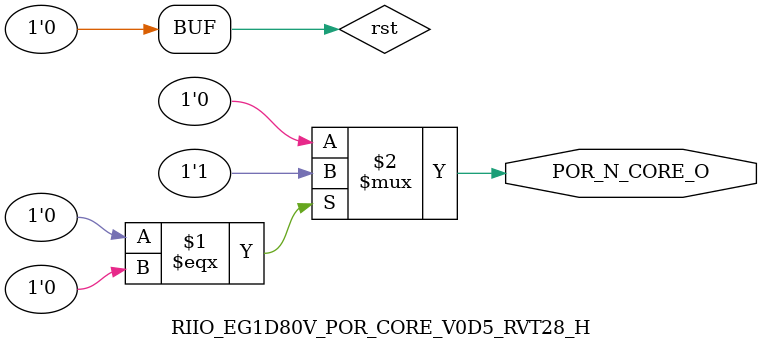
<source format=v>
`timescale 1ns/10ps
`celldefine
module RIIO_EG1D80V_POR_CORE_V0D5_RVT28_H(
	
		  POR_N_CORE_O
	
`ifdef USE_PG_PIN
		, VDDIO
		, VSSIO
		, VDD
		, VSS
		, VDD_POR
		, VSS_POR
`endif// USE_PG_PIN
);

	
	//outputs
output
`ifdef USE_AMS_EXTENSION
`ifdef INCA
    (* integer supplySensitivity = "VDD_POR";
	   integer groundSensitivity = "VSS_POR"; *)
`endif//INCA
`endif//USE_AMS_EXTENSION
  POR_N_CORE_O;



`ifdef USE_PG_PIN
	// supply
inout 
`ifdef USE_AMS_EXTENSION
`ifdef INCA
    (* integer inh_conn_prop_name = "vddio";
       integer inh_conn_def_value = "cds_globals.\\VDDIO! "; *)
`endif//INCA
`endif//USE_AMS_EXTENSION
  VDDIO;
inout 
`ifdef USE_AMS_EXTENSION
`ifdef INCA
    (* integer inh_conn_prop_name = "vssio";
       integer inh_conn_def_value = "cds_globals.\\VSSIO! "; *)
`endif//INCA
`endif//USE_AMS_EXTENSION
  VSSIO;
inout 
`ifdef USE_AMS_EXTENSION
`ifdef INCA
    (* integer inh_conn_prop_name = "vdd";
       integer inh_conn_def_value = "cds_globals.\\VDD! "; *)
`endif//INCA
`endif//USE_AMS_EXTENSION
  VDD;
inout 
`ifdef USE_AMS_EXTENSION
`ifdef INCA
    (* integer inh_conn_prop_name = "vss";
       integer inh_conn_def_value = "cds_globals.\\VSS! "; *)
`endif//INCA
`endif//USE_AMS_EXTENSION
  VSS;

inout 
`ifdef USE_AMS_EXTENSION
`ifdef INCA
    (* integer inh_conn_prop_name = "vdd_por";
       integer inh_conn_def_value = "cds_globals.\\VDD_POR! "; *)
`endif//INCA
`endif//USE_AMS_EXTENSION
  VDD_POR;
inout 
`ifdef USE_AMS_EXTENSION
`ifdef INCA
    (* integer inh_conn_prop_name = "vss_por";
       integer inh_conn_def_value = "cds_globals.\\VSS_POR! "; *)
`endif//INCA
`endif//USE_AMS_EXTENSION
  VSS_POR;
  
`endif// USE_PG_PIN


//////////////////////////////////////////////////////////
//MODEL
//////////////////////////////////////////////////////////

parameter DELAY = 20;

wire rst;
assign #(DELAY) rst = 1'b0;

assign POR_N_CORE_O = (rst===1'b0) ? 1'b1 : 1'b0;

endmodule
`endcelldefine

</source>
